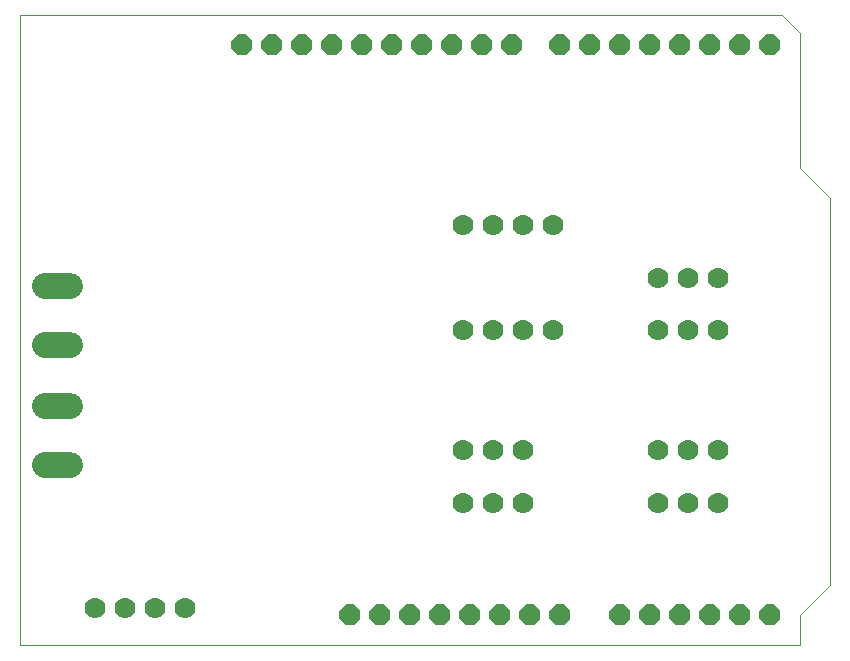
<source format=gbs>
G75*
%MOIN*%
%OFA0B0*%
%FSLAX25Y25*%
%IPPOS*%
%LPD*%
%AMOC8*
5,1,8,0,0,1.08239X$1,22.5*
%
%ADD10C,0.00000*%
%ADD11C,0.07000*%
%ADD12OC8,0.07000*%
%ADD13C,0.08668*%
D10*
X0049300Y0076800D02*
X0049300Y0286800D01*
X0303300Y0286800D01*
X0309300Y0280800D01*
X0309300Y0235800D01*
X0319300Y0225800D01*
X0319300Y0096800D01*
X0309300Y0086800D01*
X0309300Y0076800D01*
X0049300Y0076800D01*
D11*
X0074300Y0089300D03*
X0084300Y0089300D03*
X0094300Y0089300D03*
X0104300Y0089300D03*
X0196800Y0124300D03*
X0206800Y0124300D03*
X0216800Y0124300D03*
X0216800Y0141800D03*
X0206800Y0141800D03*
X0196800Y0141800D03*
X0196800Y0181800D03*
X0206800Y0181800D03*
X0216800Y0181800D03*
X0226800Y0181800D03*
X0261800Y0181800D03*
X0271800Y0181800D03*
X0281800Y0181800D03*
X0281800Y0199300D03*
X0271800Y0199300D03*
X0261800Y0199300D03*
X0226800Y0216800D03*
X0216800Y0216800D03*
X0206800Y0216800D03*
X0196800Y0216800D03*
X0261800Y0141800D03*
X0271800Y0141800D03*
X0281800Y0141800D03*
X0281800Y0124300D03*
X0271800Y0124300D03*
X0261800Y0124300D03*
D12*
X0259300Y0086800D03*
X0269300Y0086800D03*
X0279300Y0086800D03*
X0289300Y0086800D03*
X0299300Y0086800D03*
X0249300Y0086800D03*
X0229300Y0086800D03*
X0219300Y0086800D03*
X0209300Y0086800D03*
X0199300Y0086800D03*
X0189300Y0086800D03*
X0179300Y0086800D03*
X0169300Y0086800D03*
X0159300Y0086800D03*
X0163300Y0276800D03*
X0173300Y0276800D03*
X0183300Y0276800D03*
X0193300Y0276800D03*
X0203300Y0276800D03*
X0213300Y0276800D03*
X0229300Y0276800D03*
X0239300Y0276800D03*
X0249300Y0276800D03*
X0259300Y0276800D03*
X0269300Y0276800D03*
X0279300Y0276800D03*
X0289300Y0276800D03*
X0299300Y0276800D03*
X0153300Y0276800D03*
X0143300Y0276800D03*
X0133300Y0276800D03*
X0123300Y0276800D03*
D13*
X0065934Y0196643D02*
X0057666Y0196643D01*
X0057666Y0176957D02*
X0065934Y0176957D01*
X0065934Y0156643D02*
X0057666Y0156643D01*
X0057666Y0136957D02*
X0065934Y0136957D01*
M02*

</source>
